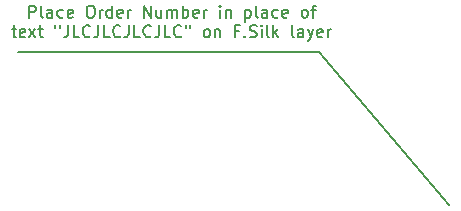
<source format=gbr>
%TF.GenerationSoftware,KiCad,Pcbnew,(5.1.12)-1*%
%TF.CreationDate,2022-01-14T14:31:03-05:00*%
%TF.ProjectId,CANJunction_6x,43414e4a-756e-4637-9469-6f6e5f36782e,00*%
%TF.SameCoordinates,Original*%
%TF.FileFunction,Other,Comment*%
%FSLAX46Y46*%
G04 Gerber Fmt 4.6, Leading zero omitted, Abs format (unit mm)*
G04 Created by KiCad (PCBNEW (5.1.12)-1) date 2022-01-14 14:31:03*
%MOMM*%
%LPD*%
G01*
G04 APERTURE LIST*
%ADD10C,0.150000*%
G04 APERTURE END LIST*
D10*
X102000000Y-74000000D02*
X113000000Y-87000000D01*
X76500000Y-74000000D02*
X102000000Y-74000000D01*
X77452380Y-71127380D02*
X77452380Y-70127380D01*
X77833333Y-70127380D01*
X77928571Y-70175000D01*
X77976190Y-70222619D01*
X78023809Y-70317857D01*
X78023809Y-70460714D01*
X77976190Y-70555952D01*
X77928571Y-70603571D01*
X77833333Y-70651190D01*
X77452380Y-70651190D01*
X78595238Y-71127380D02*
X78500000Y-71079761D01*
X78452380Y-70984523D01*
X78452380Y-70127380D01*
X79404761Y-71127380D02*
X79404761Y-70603571D01*
X79357142Y-70508333D01*
X79261904Y-70460714D01*
X79071428Y-70460714D01*
X78976190Y-70508333D01*
X79404761Y-71079761D02*
X79309523Y-71127380D01*
X79071428Y-71127380D01*
X78976190Y-71079761D01*
X78928571Y-70984523D01*
X78928571Y-70889285D01*
X78976190Y-70794047D01*
X79071428Y-70746428D01*
X79309523Y-70746428D01*
X79404761Y-70698809D01*
X80309523Y-71079761D02*
X80214285Y-71127380D01*
X80023809Y-71127380D01*
X79928571Y-71079761D01*
X79880952Y-71032142D01*
X79833333Y-70936904D01*
X79833333Y-70651190D01*
X79880952Y-70555952D01*
X79928571Y-70508333D01*
X80023809Y-70460714D01*
X80214285Y-70460714D01*
X80309523Y-70508333D01*
X81119047Y-71079761D02*
X81023809Y-71127380D01*
X80833333Y-71127380D01*
X80738095Y-71079761D01*
X80690476Y-70984523D01*
X80690476Y-70603571D01*
X80738095Y-70508333D01*
X80833333Y-70460714D01*
X81023809Y-70460714D01*
X81119047Y-70508333D01*
X81166666Y-70603571D01*
X81166666Y-70698809D01*
X80690476Y-70794047D01*
X82547619Y-70127380D02*
X82738095Y-70127380D01*
X82833333Y-70175000D01*
X82928571Y-70270238D01*
X82976190Y-70460714D01*
X82976190Y-70794047D01*
X82928571Y-70984523D01*
X82833333Y-71079761D01*
X82738095Y-71127380D01*
X82547619Y-71127380D01*
X82452380Y-71079761D01*
X82357142Y-70984523D01*
X82309523Y-70794047D01*
X82309523Y-70460714D01*
X82357142Y-70270238D01*
X82452380Y-70175000D01*
X82547619Y-70127380D01*
X83404761Y-71127380D02*
X83404761Y-70460714D01*
X83404761Y-70651190D02*
X83452380Y-70555952D01*
X83500000Y-70508333D01*
X83595238Y-70460714D01*
X83690476Y-70460714D01*
X84452380Y-71127380D02*
X84452380Y-70127380D01*
X84452380Y-71079761D02*
X84357142Y-71127380D01*
X84166666Y-71127380D01*
X84071428Y-71079761D01*
X84023809Y-71032142D01*
X83976190Y-70936904D01*
X83976190Y-70651190D01*
X84023809Y-70555952D01*
X84071428Y-70508333D01*
X84166666Y-70460714D01*
X84357142Y-70460714D01*
X84452380Y-70508333D01*
X85309523Y-71079761D02*
X85214285Y-71127380D01*
X85023809Y-71127380D01*
X84928571Y-71079761D01*
X84880952Y-70984523D01*
X84880952Y-70603571D01*
X84928571Y-70508333D01*
X85023809Y-70460714D01*
X85214285Y-70460714D01*
X85309523Y-70508333D01*
X85357142Y-70603571D01*
X85357142Y-70698809D01*
X84880952Y-70794047D01*
X85785714Y-71127380D02*
X85785714Y-70460714D01*
X85785714Y-70651190D02*
X85833333Y-70555952D01*
X85880952Y-70508333D01*
X85976190Y-70460714D01*
X86071428Y-70460714D01*
X87166666Y-71127380D02*
X87166666Y-70127380D01*
X87738095Y-71127380D01*
X87738095Y-70127380D01*
X88642857Y-70460714D02*
X88642857Y-71127380D01*
X88214285Y-70460714D02*
X88214285Y-70984523D01*
X88261904Y-71079761D01*
X88357142Y-71127380D01*
X88500000Y-71127380D01*
X88595238Y-71079761D01*
X88642857Y-71032142D01*
X89119047Y-71127380D02*
X89119047Y-70460714D01*
X89119047Y-70555952D02*
X89166666Y-70508333D01*
X89261904Y-70460714D01*
X89404761Y-70460714D01*
X89500000Y-70508333D01*
X89547619Y-70603571D01*
X89547619Y-71127380D01*
X89547619Y-70603571D02*
X89595238Y-70508333D01*
X89690476Y-70460714D01*
X89833333Y-70460714D01*
X89928571Y-70508333D01*
X89976190Y-70603571D01*
X89976190Y-71127380D01*
X90452380Y-71127380D02*
X90452380Y-70127380D01*
X90452380Y-70508333D02*
X90547619Y-70460714D01*
X90738095Y-70460714D01*
X90833333Y-70508333D01*
X90880952Y-70555952D01*
X90928571Y-70651190D01*
X90928571Y-70936904D01*
X90880952Y-71032142D01*
X90833333Y-71079761D01*
X90738095Y-71127380D01*
X90547619Y-71127380D01*
X90452380Y-71079761D01*
X91738095Y-71079761D02*
X91642857Y-71127380D01*
X91452380Y-71127380D01*
X91357142Y-71079761D01*
X91309523Y-70984523D01*
X91309523Y-70603571D01*
X91357142Y-70508333D01*
X91452380Y-70460714D01*
X91642857Y-70460714D01*
X91738095Y-70508333D01*
X91785714Y-70603571D01*
X91785714Y-70698809D01*
X91309523Y-70794047D01*
X92214285Y-71127380D02*
X92214285Y-70460714D01*
X92214285Y-70651190D02*
X92261904Y-70555952D01*
X92309523Y-70508333D01*
X92404761Y-70460714D01*
X92500000Y-70460714D01*
X93595238Y-71127380D02*
X93595238Y-70460714D01*
X93595238Y-70127380D02*
X93547619Y-70175000D01*
X93595238Y-70222619D01*
X93642857Y-70175000D01*
X93595238Y-70127380D01*
X93595238Y-70222619D01*
X94071428Y-70460714D02*
X94071428Y-71127380D01*
X94071428Y-70555952D02*
X94119047Y-70508333D01*
X94214285Y-70460714D01*
X94357142Y-70460714D01*
X94452380Y-70508333D01*
X94500000Y-70603571D01*
X94500000Y-71127380D01*
X95738095Y-70460714D02*
X95738095Y-71460714D01*
X95738095Y-70508333D02*
X95833333Y-70460714D01*
X96023809Y-70460714D01*
X96119047Y-70508333D01*
X96166666Y-70555952D01*
X96214285Y-70651190D01*
X96214285Y-70936904D01*
X96166666Y-71032142D01*
X96119047Y-71079761D01*
X96023809Y-71127380D01*
X95833333Y-71127380D01*
X95738095Y-71079761D01*
X96785714Y-71127380D02*
X96690476Y-71079761D01*
X96642857Y-70984523D01*
X96642857Y-70127380D01*
X97595238Y-71127380D02*
X97595238Y-70603571D01*
X97547619Y-70508333D01*
X97452380Y-70460714D01*
X97261904Y-70460714D01*
X97166666Y-70508333D01*
X97595238Y-71079761D02*
X97500000Y-71127380D01*
X97261904Y-71127380D01*
X97166666Y-71079761D01*
X97119047Y-70984523D01*
X97119047Y-70889285D01*
X97166666Y-70794047D01*
X97261904Y-70746428D01*
X97500000Y-70746428D01*
X97595238Y-70698809D01*
X98500000Y-71079761D02*
X98404761Y-71127380D01*
X98214285Y-71127380D01*
X98119047Y-71079761D01*
X98071428Y-71032142D01*
X98023809Y-70936904D01*
X98023809Y-70651190D01*
X98071428Y-70555952D01*
X98119047Y-70508333D01*
X98214285Y-70460714D01*
X98404761Y-70460714D01*
X98500000Y-70508333D01*
X99309523Y-71079761D02*
X99214285Y-71127380D01*
X99023809Y-71127380D01*
X98928571Y-71079761D01*
X98880952Y-70984523D01*
X98880952Y-70603571D01*
X98928571Y-70508333D01*
X99023809Y-70460714D01*
X99214285Y-70460714D01*
X99309523Y-70508333D01*
X99357142Y-70603571D01*
X99357142Y-70698809D01*
X98880952Y-70794047D01*
X100690476Y-71127380D02*
X100595238Y-71079761D01*
X100547619Y-71032142D01*
X100500000Y-70936904D01*
X100500000Y-70651190D01*
X100547619Y-70555952D01*
X100595238Y-70508333D01*
X100690476Y-70460714D01*
X100833333Y-70460714D01*
X100928571Y-70508333D01*
X100976190Y-70555952D01*
X101023809Y-70651190D01*
X101023809Y-70936904D01*
X100976190Y-71032142D01*
X100928571Y-71079761D01*
X100833333Y-71127380D01*
X100690476Y-71127380D01*
X101309523Y-70460714D02*
X101690476Y-70460714D01*
X101452380Y-71127380D02*
X101452380Y-70270238D01*
X101500000Y-70175000D01*
X101595238Y-70127380D01*
X101690476Y-70127380D01*
X75976190Y-72110714D02*
X76357142Y-72110714D01*
X76119047Y-71777380D02*
X76119047Y-72634523D01*
X76166666Y-72729761D01*
X76261904Y-72777380D01*
X76357142Y-72777380D01*
X77071428Y-72729761D02*
X76976190Y-72777380D01*
X76785714Y-72777380D01*
X76690476Y-72729761D01*
X76642857Y-72634523D01*
X76642857Y-72253571D01*
X76690476Y-72158333D01*
X76785714Y-72110714D01*
X76976190Y-72110714D01*
X77071428Y-72158333D01*
X77119047Y-72253571D01*
X77119047Y-72348809D01*
X76642857Y-72444047D01*
X77452380Y-72777380D02*
X77976190Y-72110714D01*
X77452380Y-72110714D02*
X77976190Y-72777380D01*
X78214285Y-72110714D02*
X78595238Y-72110714D01*
X78357142Y-71777380D02*
X78357142Y-72634523D01*
X78404761Y-72729761D01*
X78499999Y-72777380D01*
X78595238Y-72777380D01*
X79642857Y-71777380D02*
X79642857Y-71967857D01*
X80023809Y-71777380D02*
X80023809Y-71967857D01*
X80738095Y-71777380D02*
X80738095Y-72491666D01*
X80690476Y-72634523D01*
X80595238Y-72729761D01*
X80452380Y-72777380D01*
X80357142Y-72777380D01*
X81690476Y-72777380D02*
X81214285Y-72777380D01*
X81214285Y-71777380D01*
X82595238Y-72682142D02*
X82547619Y-72729761D01*
X82404761Y-72777380D01*
X82309523Y-72777380D01*
X82166666Y-72729761D01*
X82071428Y-72634523D01*
X82023809Y-72539285D01*
X81976190Y-72348809D01*
X81976190Y-72205952D01*
X82023809Y-72015476D01*
X82071428Y-71920238D01*
X82166666Y-71825000D01*
X82309523Y-71777380D01*
X82404761Y-71777380D01*
X82547619Y-71825000D01*
X82595238Y-71872619D01*
X83309523Y-71777380D02*
X83309523Y-72491666D01*
X83261904Y-72634523D01*
X83166666Y-72729761D01*
X83023809Y-72777380D01*
X82928571Y-72777380D01*
X84261904Y-72777380D02*
X83785714Y-72777380D01*
X83785714Y-71777380D01*
X85166666Y-72682142D02*
X85119047Y-72729761D01*
X84976190Y-72777380D01*
X84880952Y-72777380D01*
X84738095Y-72729761D01*
X84642857Y-72634523D01*
X84595238Y-72539285D01*
X84547619Y-72348809D01*
X84547619Y-72205952D01*
X84595238Y-72015476D01*
X84642857Y-71920238D01*
X84738095Y-71825000D01*
X84880952Y-71777380D01*
X84976190Y-71777380D01*
X85119047Y-71825000D01*
X85166666Y-71872619D01*
X85880952Y-71777380D02*
X85880952Y-72491666D01*
X85833333Y-72634523D01*
X85738095Y-72729761D01*
X85595238Y-72777380D01*
X85500000Y-72777380D01*
X86833333Y-72777380D02*
X86357142Y-72777380D01*
X86357142Y-71777380D01*
X87738095Y-72682142D02*
X87690476Y-72729761D01*
X87547619Y-72777380D01*
X87452380Y-72777380D01*
X87309523Y-72729761D01*
X87214285Y-72634523D01*
X87166666Y-72539285D01*
X87119047Y-72348809D01*
X87119047Y-72205952D01*
X87166666Y-72015476D01*
X87214285Y-71920238D01*
X87309523Y-71825000D01*
X87452380Y-71777380D01*
X87547619Y-71777380D01*
X87690476Y-71825000D01*
X87738095Y-71872619D01*
X88452380Y-71777380D02*
X88452380Y-72491666D01*
X88404761Y-72634523D01*
X88309523Y-72729761D01*
X88166666Y-72777380D01*
X88071428Y-72777380D01*
X89404761Y-72777380D02*
X88928571Y-72777380D01*
X88928571Y-71777380D01*
X90309523Y-72682142D02*
X90261904Y-72729761D01*
X90119047Y-72777380D01*
X90023809Y-72777380D01*
X89880952Y-72729761D01*
X89785714Y-72634523D01*
X89738095Y-72539285D01*
X89690476Y-72348809D01*
X89690476Y-72205952D01*
X89738095Y-72015476D01*
X89785714Y-71920238D01*
X89880952Y-71825000D01*
X90023809Y-71777380D01*
X90119047Y-71777380D01*
X90261904Y-71825000D01*
X90309523Y-71872619D01*
X90690476Y-71777380D02*
X90690476Y-71967857D01*
X91071428Y-71777380D02*
X91071428Y-71967857D01*
X92404761Y-72777380D02*
X92309523Y-72729761D01*
X92261904Y-72682142D01*
X92214285Y-72586904D01*
X92214285Y-72301190D01*
X92261904Y-72205952D01*
X92309523Y-72158333D01*
X92404761Y-72110714D01*
X92547619Y-72110714D01*
X92642857Y-72158333D01*
X92690476Y-72205952D01*
X92738095Y-72301190D01*
X92738095Y-72586904D01*
X92690476Y-72682142D01*
X92642857Y-72729761D01*
X92547619Y-72777380D01*
X92404761Y-72777380D01*
X93166666Y-72110714D02*
X93166666Y-72777380D01*
X93166666Y-72205952D02*
X93214285Y-72158333D01*
X93309523Y-72110714D01*
X93452380Y-72110714D01*
X93547619Y-72158333D01*
X93595238Y-72253571D01*
X93595238Y-72777380D01*
X95166666Y-72253571D02*
X94833333Y-72253571D01*
X94833333Y-72777380D02*
X94833333Y-71777380D01*
X95309523Y-71777380D01*
X95690476Y-72682142D02*
X95738095Y-72729761D01*
X95690476Y-72777380D01*
X95642857Y-72729761D01*
X95690476Y-72682142D01*
X95690476Y-72777380D01*
X96119047Y-72729761D02*
X96261904Y-72777380D01*
X96499999Y-72777380D01*
X96595238Y-72729761D01*
X96642857Y-72682142D01*
X96690476Y-72586904D01*
X96690476Y-72491666D01*
X96642857Y-72396428D01*
X96595238Y-72348809D01*
X96499999Y-72301190D01*
X96309523Y-72253571D01*
X96214285Y-72205952D01*
X96166666Y-72158333D01*
X96119047Y-72063095D01*
X96119047Y-71967857D01*
X96166666Y-71872619D01*
X96214285Y-71825000D01*
X96309523Y-71777380D01*
X96547619Y-71777380D01*
X96690476Y-71825000D01*
X97119047Y-72777380D02*
X97119047Y-72110714D01*
X97119047Y-71777380D02*
X97071428Y-71825000D01*
X97119047Y-71872619D01*
X97166666Y-71825000D01*
X97119047Y-71777380D01*
X97119047Y-71872619D01*
X97738095Y-72777380D02*
X97642857Y-72729761D01*
X97595238Y-72634523D01*
X97595238Y-71777380D01*
X98119047Y-72777380D02*
X98119047Y-71777380D01*
X98214285Y-72396428D02*
X98499999Y-72777380D01*
X98499999Y-72110714D02*
X98119047Y-72491666D01*
X99833333Y-72777380D02*
X99738095Y-72729761D01*
X99690476Y-72634523D01*
X99690476Y-71777380D01*
X100642857Y-72777380D02*
X100642857Y-72253571D01*
X100595238Y-72158333D01*
X100499999Y-72110714D01*
X100309523Y-72110714D01*
X100214285Y-72158333D01*
X100642857Y-72729761D02*
X100547619Y-72777380D01*
X100309523Y-72777380D01*
X100214285Y-72729761D01*
X100166666Y-72634523D01*
X100166666Y-72539285D01*
X100214285Y-72444047D01*
X100309523Y-72396428D01*
X100547619Y-72396428D01*
X100642857Y-72348809D01*
X101023809Y-72110714D02*
X101261904Y-72777380D01*
X101499999Y-72110714D02*
X101261904Y-72777380D01*
X101166666Y-73015476D01*
X101119047Y-73063095D01*
X101023809Y-73110714D01*
X102261904Y-72729761D02*
X102166666Y-72777380D01*
X101976190Y-72777380D01*
X101880952Y-72729761D01*
X101833333Y-72634523D01*
X101833333Y-72253571D01*
X101880952Y-72158333D01*
X101976190Y-72110714D01*
X102166666Y-72110714D01*
X102261904Y-72158333D01*
X102309523Y-72253571D01*
X102309523Y-72348809D01*
X101833333Y-72444047D01*
X102738095Y-72777380D02*
X102738095Y-72110714D01*
X102738095Y-72301190D02*
X102785714Y-72205952D01*
X102833333Y-72158333D01*
X102928571Y-72110714D01*
X103023809Y-72110714D01*
M02*

</source>
